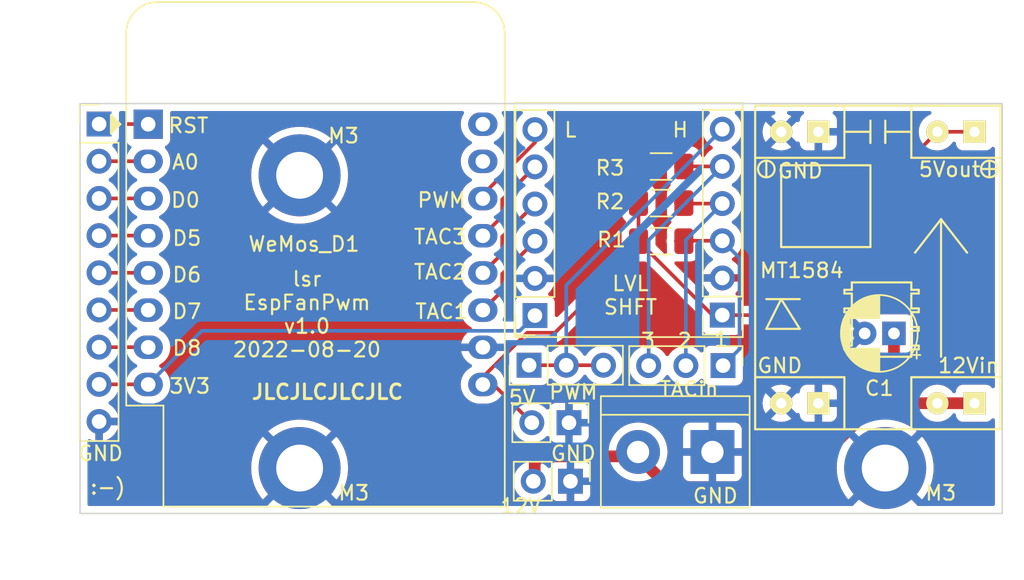
<source format=kicad_pcb>
(kicad_pcb (version 20211014) (generator pcbnew)
  (layers (0 "F.Cu" signal) (31 "B.Cu" signal) (34 "B.Paste" user) (35 "F.Paste" user) (36 "B.SilkS" user "B.Silkscreen") (37 "F.SilkS" user "F.Silkscreen") (38 "B.Mask" user) (39 "F.Mask" user) (44 "Edge.Cuts" user))
  (net 0 "")
  (net 1 "TAC1_5V")
  (net 2 "TAC2_5V")
  (net 3 "TAC3_5V")
  (net 4 "PWM5V")
  (net 5 "RST")
  (net 6 "A0")
  (net 7 "D0")
  (net 8 "D5")
  (net 9 "D6")
  (net 10 "D7")
  (net 11 "D8")
  (net 12 "GND")
  (net 13 "+12V")
  (net 14 "+5V")
  (net 15 "+3V3")
  (net 16 "PWM3V")
  (net 17 "TAC3_3V")
  (net 18 "TAC2_3V")
  (net 19 "TAC1_3V")
  (footprint "Connector_PinHeader_2.54mm:PinHeader_1x09_P2.54mm_Vertical" (layer "F.Cu") (at 106.3 84.6)
    (fp_text reference "J1")
    (fp_text value "Conn_01x09_Male")
    (fp_line (start -1.33 1.27) (end 1.33 1.27) (layer "F.SilkS") (width 0.12))
    (fp_line (start 1.33 1.27) (end 1.33 21.65) (layer "F.SilkS") (width 0.12))
    (fp_line (start -1.33 0) (end -1.33 -1.33) (layer "F.SilkS") (width 0.12))
    (fp_line (start -1.33 1.27) (end -1.33 21.65) (layer "F.SilkS") (width 0.12))
    (fp_line (start -1.33 -1.33) (end 0 -1.33) (layer "F.SilkS") (width 0.12))
    (fp_line (start -1.33 21.65) (end 1.33 21.65) (layer "F.SilkS") (width 0.12))
    (pad "1" thru_hole rect (at 0 0) (size 1.7 1.7) (drill 1) (layers *.Cu *.Mask) (net 5 "RST"))
    (pad "2" thru_hole oval (at 0 2.54) (size 1.7 1.7) (drill 1) (layers *.Cu *.Mask) (net 6 "A0"))
    (pad "3" thru_hole oval (at 0 5.08) (size 1.7 1.7) (drill 1) (layers *.Cu *.Mask) (net 7 "D0"))
    (pad "4" thru_hole oval (at 0 7.62) (size 1.7 1.7) (drill 1) (layers *.Cu *.Mask) (net 8 "D5"))
    (pad "5" thru_hole oval (at 0 10.16) (size 1.7 1.7) (drill 1) (layers *.Cu *.Mask) (net 9 "D6"))
    (pad "6" thru_hole oval (at 0 12.7) (size 1.7 1.7) (drill 1) (layers *.Cu *.Mask) (net 10 "D7"))
    (pad "7" thru_hole oval (at 0 15.24) (size 1.7 1.7) (drill 1) (layers *.Cu *.Mask) (net 11 "D8"))
    (pad "8" thru_hole oval (at 0 17.78) (size 1.7 1.7) (drill 1) (layers *.Cu *.Mask) (net 15 "+3V3"))
    (pad "9" thru_hole oval (at 0 20.32) (size 1.7 1.7) (drill 1) (layers *.Cu *.Mask) (net 12 "GND"))
  )
  (footprint "lsr:level-shifter" (layer "F.Cu") (at 150.275 99.1525 180)
    (fp_text reference "lvl_shft1")
    (fp_text value "level-shifter")
    (fp_line (start 0.07 2.77) (end 0.07 15.53) (layer "F.SilkS") (width 0.12))
    (fp_line (start 2.73 0.17) (end 2.73 1.5) (layer "F.SilkS") (width 0.12))
    (fp_line (start 15.53 2.74) (end 15.53 15.5) (layer "F.SilkS") (width 0.12))
    (fp_line (start 14.2 0.14) (end 15.53 0.14) (layer "F.SilkS") (width 0.12))
    (fp_line (start 1.4 0.17) (end 2.73 0.17) (layer "F.SilkS") (width 0.12))
    (fp_line (start 12.87 2.74) (end 15.53 2.74) (layer "F.SilkS") (width 0.12))
    (fp_line (start 0.07 2.77) (end 2.73 2.77) (layer "F.SilkS") (width 0.12))
    (fp_line (start 12.87 2.74) (end 12.87 15.5) (layer "F.SilkS") (width 0.12))
    (fp_line (start 15.53 0.14) (end 15.53 1.47) (layer "F.SilkS") (width 0.12))
    (fp_line (start 0.07 15.53) (end 2.73 15.53) (layer "F.SilkS") (width 0.12))
    (fp_line (start 2.73 2.77) (end 2.73 15.53) (layer "F.SilkS") (width 0.12))
    (fp_line (start 12.87 15.5) (end 15.53 15.5) (layer "F.SilkS") (width 0.12))
    (fp_rect (start 0 0) (end 15.6 16) (layer "F.SilkS") (width 0.12) (fill none))
    (pad "1" thru_hole rect (at 1.4 1.5 180) (size 1.7 1.7) (drill 1) (layers *.Cu *.Mask) (net 14 "+5V"))
    (pad "2" thru_hole oval (at 1.4 4.04 180) (size 1.7 1.7) (drill 1) (layers *.Cu *.Mask) (net 12 "GND"))
    (pad "3" thru_hole oval (at 1.4 6.58 180) (size 1.7 1.7) (drill 1) (layers *.Cu *.Mask) (net 1 "TAC1_5V"))
    (pad "4" thru_hole oval (at 1.4 9.12 180) (size 1.7 1.7) (drill 1) (layers *.Cu *.Mask) (net 2 "TAC2_5V"))
    (pad "5" thru_hole oval (at 1.4 11.66 180) (size 1.7 1.7) (drill 1) (layers *.Cu *.Mask) (net 3 "TAC3_5V"))
    (pad "6" thru_hole oval (at 1.4 14.2 180) (size 1.7 1.7) (drill 1) (layers *.Cu *.Mask) (net 4 "PWM5V"))
    (pad "7" thru_hole oval (at 14.2 14.17 180) (size 1.7 1.7) (drill 1) (layers *.Cu *.Mask) (net 16 "PWM3V"))
    (pad "8" thru_hole oval (at 14.2 11.63 180) (size 1.7 1.7) (drill 1) (layers *.Cu *.Mask) (net 17 "TAC3_3V"))
    (pad "9" thru_hole oval (at 14.2 9.09 180) (size 1.7 1.7) (drill 1) (layers *.Cu *.Mask) (net 18 "TAC2_3V"))
    (pad "10" thru_hole oval (at 14.2 6.55 180) (size 1.7 1.7) (drill 1) (layers *.Cu *.Mask) (net 19 "TAC1_3V"))
    (pad "11" thru_hole oval (at 14.2 4.01 180) (size 1.7 1.7) (drill 1) (layers *.Cu *.Mask) (net 12 "GND"))
    (pad "12" thru_hole rect (at 14.2 1.47 180) (size 1.7 1.7) (drill 1) (layers *.Cu *.Mask) (net 15 "+3V3"))
  )
  (footprint "Connector_PinHeader_2.54mm:PinHeader_1x03_P2.54mm_Vertical" (layer "F.Cu") (at 148.925 101.1 -90)
    (fp_text reference "J5")
    (fp_text value "Conn_01x03_Male")
    (fp_line (start -1.33 6.41) (end 1.33 6.41) (layer "F.SilkS") (width 0.12))
    (fp_line (start -1.33 0) (end -1.33 -1.33) (layer "F.SilkS") (width 0.12))
    (fp_line (start -1.33 1.27) (end 1.33 1.27) (layer "F.SilkS") (width 0.12))
    (fp_line (start -1.33 1.27) (end -1.33 6.41) (layer "F.SilkS") (width 0.12))
    (fp_line (start 1.33 1.27) (end 1.33 6.41) (layer "F.SilkS") (width 0.12))
    (fp_line (start -1.33 -1.33) (end 0 -1.33) (layer "F.SilkS") (width 0.12))
    (pad "1" thru_hole rect (at 0 0 270) (size 1.7 1.7) (drill 1) (layers *.Cu *.Mask) (net 1 "TAC1_5V"))
    (pad "2" thru_hole oval (at 0 2.54 270) (size 1.7 1.7) (drill 1) (layers *.Cu *.Mask) (net 2 "TAC2_5V"))
    (pad "3" thru_hole oval (at 0 5.08 270) (size 1.7 1.7) (drill 1) (layers *.Cu *.Mask) (net 3 "TAC3_5V"))
  )
  (footprint "MountingHole:MountingHole_3.2mm_M3_DIN965_Pad" (layer "F.Cu") (at 120 108.1)
    (fp_text reference "H3")
    (fp_text value "MountingHole_Pad")
    (pad "1" thru_hole circle locked (at 0 0) (size 5.6 5.6) (drill 3.2) (layers *.Cu *.Mask) (net 12 "GND"))
  )
  (footprint "Capacitor_THT:CP_Radial_D5.0mm_P2.00mm" (layer "F.Cu") (at 160.6 98.9 180)
    (fp_text reference "C1" (at 1 -3.75) (layer "F.SilkS"))
    (fp_text value "C_Polarized")
    (fp_line (start 2.841 -1.826) (end 2.841 -1.04) (layer "F.SilkS") (width 0.12))
    (fp_line (start 2.161 1.04) (end 2.161 2.31) (layer "F.SilkS") (width 0.12))
    (fp_line (start 1 -2.58) (end 1 -1.04) (layer "F.SilkS") (width 0.12))
    (fp_line (start 1.4 -2.55) (end 1.4 -1.04) (layer "F.SilkS") (width 0.12))
    (fp_line (start 2.601 1.04) (end 2.601 2.035) (layer "F.SilkS") (width 0.12))
    (fp_line (start 1.721 1.04) (end 1.721 2.48) (layer "F.SilkS") (width 0.12))
    (fp_line (start 1.921 -2.414) (end 1.921 -1.04) (layer "F.SilkS") (width 0.12))
    (fp_line (start 2.161 -2.31) (end 2.161 -1.04) (layer "F.SilkS") (width 0.12))
    (fp_line (start 1.2 1.04) (end 1.2 2.573) (layer "F.SilkS") (width 0.12))
    (fp_line (start 1.44 1.04) (end 1.44 2.543) (layer "F.SilkS") (width 0.12))
    (fp_line (start 1.2 -2.573) (end 1.2 -1.04) (layer "F.SilkS") (width 0.12))
    (fp_line (start 1.08 -2.579) (end 1.08 -1.04) (layer "F.SilkS") (width 0.12))
    (fp_line (start 2.441 -2.149) (end 2.441 -1.04) (layer "F.SilkS") (width 0.12))
    (fp_line (start 3.281 -1.251) (end 3.281 1.251) (layer "F.SilkS") (width 0.12))
    (fp_line (start 2.321 1.04) (end 2.321 2.224) (layer "F.SilkS") (width 0.12))
    (fp_line (start 3.441 -0.915) (end 3.441 0.915) (layer "F.SilkS") (width 0.12))
    (fp_line (start 1.16 1.04) (end 1.16 2.576) (layer "F.SilkS") (width 0.12))
    (fp_line (start 2.721 1.04) (end 2.721 1.937) (layer "F.SilkS") (width 0.12))
    (fp_line (start 2.881 1.04) (end 2.881 1.785) (layer "F.SilkS") (width 0.12))
    (fp_line (start 3.001 1.04) (end 3.001 1.653) (layer "F.SilkS") (width 0.12))
    (fp_line (start 1 1.04) (end 1 2.58) (layer "F.SilkS") (width 0.12))
    (fp_line (start 2.961 -1.699) (end 2.961 -1.04) (layer "F.SilkS") (width 0.12))
    (fp_line (start 2.881 -1.785) (end 2.881 -1.04) (layer "F.SilkS") (width 0.12))
    (fp_line (start 3.561 -0.518) (end 3.561 0.518) (layer "F.SilkS") (width 0.12))
    (fp_line (start 2.041 1.04) (end 2.041 2.365) (layer "F.SilkS") (width 0.12))
    (fp_line (start 2.081 -2.348) (end 2.081 -1.04) (layer "F.SilkS") (width 0.12))
    (fp_line (start 3.081 -1.554) (end 3.081 1.554) (layer "F.SilkS") (width 0.12))
    (fp_line (start 1.64 -2.501) (end 1.64 -1.04) (layer "F.SilkS") (width 0.12))
    (fp_line (start 2.241 1.04) (end 2.241 2.268) (layer "F.SilkS") (width 0.12))
    (fp_line (start 2.681 1.04) (end 2.681 1.971) (layer "F.SilkS") (width 0.12))
    (fp_line (start 2.481 -2.122) (end 2.481 -1.04) (layer "F.SilkS") (width 0.12))
    (fp_line (start 1.28 1.04) (end 1.28 2.565) (layer "F.SilkS") (width 0.12))
    (fp_line (start 3.001 -1.653) (end 3.001 -1.04) (layer "F.SilkS") (width 0.12))
    (fp_line (start 2.321 -2.224) (end 2.321 -1.04) (layer "F.SilkS") (width 0.12))
    (fp_line (start 3.041 -1.605) (end 3.041 1.605) (layer "F.SilkS") (width 0.12))
    (fp_line (start 2.601 -2.035) (end 2.601 -1.04) (layer "F.SilkS") (width 0.12))
    (fp_line (start 1.08 1.04) (end 1.08 2.579) (layer "F.SilkS") (width 0.12))
    (fp_line (start 2.761 -1.901) (end 2.761 -1.04) (layer "F.SilkS") (width 0.12))
    (fp_line (start 3.161 -1.443) (end 3.161 1.443) (layer "F.SilkS") (width 0.12))
    (fp_line (start 2.281 -2.247) (end 2.281 -1.04) (layer "F.SilkS") (width 0.12))
    (fp_line (start 1.961 1.04) (end 1.961 2.398) (layer "F.SilkS") (width 0.12))
    (fp_line (start 3.241 -1.319) (end 3.241 1.319) (layer "F.SilkS") (width 0.12))
    (fp_line (start 1.801 1.04) (end 1.801 2.455) (layer "F.SilkS") (width 0.12))
    (fp_line (start 1.12 -2.578) (end 1.12 -1.04) (layer "F.SilkS") (width 0.12))
    (fp_line (start 3.601 -0.284) (end 3.601 0.284) (layer "F.SilkS") (width 0.12))
    (fp_line (start 2.201 -2.29) (end 2.201 -1.04) (layer "F.SilkS") (width 0.12))
    (fp_line (start 2.241 -2.268) (end 2.241 -1.04) (layer "F.SilkS") (width 0.12))
    (fp_line (start 2.641 -2.004) (end 2.641 -1.04) (layer "F.SilkS") (width 0.12))
    (fp_line (start 1.6 1.04) (end 1.6 2.511) (layer "F.SilkS") (width 0.12))
    (fp_line (start 1.68 -2.491) (end 1.68 -1.04) (layer "F.SilkS") (width 0.12))
    (fp_line (start 1.761 1.04) (end 1.761 2.468) (layer "F.SilkS") (width 0.12))
    (fp_line (start 2.121 -2.329) (end 2.121 -1.04) (layer "F.SilkS") (width 0.12))
    (fp_line (start 1.28 -2.565) (end 1.28 -1.04) (layer "F.SilkS") (width 0.12))
    (fp_line (start 2.681 -1.971) (end 2.681 -1.04) (layer "F.SilkS") (width 0.12))
    (fp_line (start 3.521 -0.677) (end 3.521 0.677) (layer "F.SilkS") (width 0.12))
    (fp_line (start 1.52 -2.528) (end 1.52 -1.04) (layer "F.SilkS") (width 0.12))
    (fp_line (start 1.68 1.04) (end 1.68 2.491) (layer "F.SilkS") (width 0.12))
    (fp_line (start 3.481 -0.805) (end 3.481 0.805) (layer "F.SilkS") (width 0.12))
    (fp_line (start 2.201 1.04) (end 2.201 2.29) (layer "F.SilkS") (width 0.12))
    (fp_line (start 1.12 1.04) (end 1.12 2.578) (layer "F.SilkS") (width 0.12))
    (fp_line (start -1.554775 -1.725) (end -1.554775 -1.225) (layer "F.SilkS") (width 0.12))
    (fp_line (start 1.32 1.04) (end 1.32 2.561) (layer "F.SilkS") (width 0.12))
    (fp_line (start 1.64 1.04) (end 1.64 2.501) (layer "F.SilkS") (width 0.12))
    (fp_line (start 2.401 1.04) (end 2.401 2.175) (layer "F.SilkS") (width 0.12))
    (fp_line (start 2.521 1.04) (end 2.521 2.095) (layer "F.SilkS") (width 0.12))
    (fp_line (start 2.481 1.04) (end 2.481 2.122) (layer "F.SilkS") (width 0.12))
    (fp_line (start 2.521 -2.095) (end 2.521 -1.04) (layer "F.SilkS") (width 0.12))
    (fp_line (start 1.56 -2.52) (end 1.56 -1.04) (layer "F.SilkS") (width 0.12))
    (fp_line (start 1.881 1.04) (end 1.881 2.428) (layer "F.SilkS") (width 0.12))
    (fp_line (start 2.001 1.04) (end 2.001 2.382) (layer "F.SilkS") (width 0.12))
    (fp_line (start 1.881 -2.428) (end 1.881 -1.04) (layer "F.SilkS") (width 0.12))
    (fp_line (start 2.841 1.04) (end 2.841 1.826) (layer "F.SilkS") (width 0.12))
    (fp_line (start 1.961 -2.398) (end 1.961 -1.04) (layer "F.SilkS") (width 0.12))
    (fp_line (start 2.401 -2.175) (end 2.401 -1.04) (layer "F.SilkS") (width 0.12))
    (fp_line (start 2.641 1.04) (end 2.641 2.004) (layer "F.SilkS") (width 0.12))
    (fp_line (start 1.801 -2.455) (end 1.801 -1.04) (layer "F.SilkS") (width 0.12))
    (fp_line (start 1.921 1.04) (end 1.921 2.414) (layer "F.SilkS") (width 0.12))
    (fp_line (start 1.56 1.04) (end 1.56 2.52) (layer "F.SilkS") (width 0.12))
    (fp_line (start 1.761 -2.468) (end 1.761 -1.04) (layer "F.SilkS") (width 0.12))
    (fp_line (start 2.921 1.04) (end 2.921 1.743) (layer "F.SilkS") (width 0.12))
    (fp_line (start 2.721 -1.937) (end 2.721 -1.04) (layer "F.SilkS") (width 0.12))
    (fp_line (start 1.52 1.04) (end 1.52 2.528) (layer "F.SilkS") (width 0.12))
    (fp_line (start 1.04 -2.58) (end 1.04 -1.04) (layer "F.SilkS") (width 0.12))
    (fp_line (start 3.401 -1.011) (end 3.401 1.011) (layer "F.SilkS") (width 0.12))
    (fp_line (start 1.24 -2.569) (end 1.24 -1.04) (layer "F.SilkS") (width 0.12))
    (fp_line (start 1.48 1.04) (end 1.48 2.536) (layer "F.SilkS") (width 0.12))
    (fp_line (start 3.201 -1.383) (end 3.201 1.383) (layer "F.SilkS") (width 0.12))
    (fp_line (start 2.921 -1.743) (end 2.921 -1.04) (layer "F.SilkS") (width 0.12))
    (fp_line (start 2.121 1.04) (end 2.121 2.329) (layer "F.SilkS") (width 0.12))
    (fp_line (start 3.321 -1.178) (end 3.321 1.178) (layer "F.SilkS") (width 0.12))
    (fp_line (start 2.561 -2.065) (end 2.561 -1.04) (layer "F.SilkS") (width 0.12))
    (fp_line (start 1.48 -2.536) (end 1.48 -1.04) (layer "F.SilkS") (width 0.12))
    (fp_line (start 2.761 1.04) (end 2.761 1.901) (layer "F.SilkS") (width 0.12))
    (fp_line (start 1.44 -2.543) (end 1.44 -1.04) (layer "F.SilkS") (width 0.12))
    (fp_line (start 2.361 1.04) (end 2.361 2.2) (layer "F.SilkS") (width 0.12))
    (fp_line (start 1.841 1.04) (end 1.841 2.442) (layer "F.SilkS") (width 0.12))
    (fp_line (start 3.121 -1.5) (end 3.121 1.5) (layer "F.SilkS") (width 0.12))
    (fp_line (start -1.804775 -1.475) (end -1.304775 -1.475) (layer "F.SilkS") (width 0.12))
    (fp_line (start 1.32 -2.561) (end 1.32 -1.04) (layer "F.SilkS") (width 0.12))
    (fp_line (start 3.361 -1.098) (end 3.361 1.098) (layer "F.SilkS") (width 0.12))
    (fp_line (start 1.721 -2.48) (end 1.721 -1.04) (layer "F.SilkS") (width 0.12))
    (fp_line (start 2.041 -2.365) (end 2.041 -1.04) (layer "F.SilkS") (width 0.12))
    (fp_line (start 2.441 1.04) (end 2.441 2.149) (layer "F.SilkS") (width 0.12))
    (fp_line (start 1.04 1.04) (end 1.04 2.58) (layer "F.SilkS") (width 0.12))
    (fp_line (start 2.801 -1.864) (end 2.801 -1.04) (layer "F.SilkS") (width 0.12))
    (fp_line (start 1.24 1.04) (end 1.24 2.569) (layer "F.SilkS") (width 0.12))
    (fp_line (start 2.961 1.04) (end 2.961 1.699) (layer "F.SilkS") (width 0.12))
    (fp_line (start 1.841 -2.442) (end 1.841 -1.04) (layer "F.SilkS") (width 0.12))
    (fp_line (start 2.001 -2.382) (end 2.001 -1.04) (layer "F.SilkS") (width 0.12))
    (fp_line (start 2.281 1.04) (end 2.281 2.247) (layer "F.SilkS") (width 0.12))
    (fp_line (start 1.4 1.04) (end 1.4 2.55) (layer "F.SilkS") (width 0.12))
    (fp_line (start 2.801 1.04) (end 2.801 1.864) (layer "F.SilkS") (width 0.12))
    (fp_line (start 1.36 1.04) (end 1.36 2.556) (layer "F.SilkS") (width 0.12))
    (fp_line (start 1.6 -2.511) (end 1.6 -1.04) (layer "F.SilkS") (width 0.12))
    (fp_line (start 1.36 -2.556) (end 1.36 -1.04) (layer "F.SilkS") (width 0.12))
    (fp_line (start 2.081 1.04) (end 2.081 2.348) (layer "F.SilkS") (width 0.12))
    (fp_line (start 2.361 -2.2) (end 2.361 -1.04) (layer "F.SilkS") (width 0.12))
    (fp_line (start 2.561 1.04) (end 2.561 2.065) (layer "F.SilkS") (width 0.12))
    (fp_line (start 1.16 -2.576) (end 1.16 -1.04) (layer "F.SilkS") (width 0.12))
    (fp_circle (center 1 0) (end 3.62 0) (layer "F.SilkS") (width 0.12) (fill none))
    (pad "1" thru_hole rect (at 0 0 180) (size 1.6 1.6) (drill 0.8) (layers *.Cu *.Mask) (net 13 "+12V"))
    (pad "2" thru_hole circle (at 2 0 180) (size 1.6 1.6) (drill 0.8) (layers *.Cu *.Mask) (net 12 "GND"))
  )
  (footprint "Connector_PinHeader_2.54mm:PinHeader_1x03_P2.54mm_Vertical" (layer "F.Cu") (at 135.675 101.075 90)
    (fp_text reference "J6")
    (fp_text value "Conn_01x03_Male")
    (fp_line (start 1.33 1.27) (end 1.33 6.41) (layer "F.SilkS") (width 0.12))
    (fp_line (start -1.33 1.27) (end -1.33 6.41) (layer "F.SilkS") (width 0.12))
    (fp_line (start -1.33 0) (end -1.33 -1.33) (layer "F.SilkS") (width 0.12))
    (fp_line (start -1.33 1.27) (end 1.33 1.27) (layer "F.SilkS") (width 0.12))
    (fp_line (start -1.33 6.41) (end 1.33 6.41) (layer "F.SilkS") (width 0.12))
    (fp_line (start -1.33 -1.33) (end 0 -1.33) (layer "F.SilkS") (width 0.12))
    (pad "1" thru_hole rect (at 0 0 90) (size 1.7 1.7) (drill 1) (layers *.Cu *.Mask) (net 4 "PWM5V"))
    (pad "2" thru_hole oval (at 0 2.54 90) (size 1.7 1.7) (drill 1) (layers *.Cu *.Mask) (net 4 "PWM5V"))
    (pad "3" thru_hole oval (at 0 5.08 90) (size 1.7 1.7) (drill 1) (layers *.Cu *.Mask) (net 4 "PWM5V"))
  )
  (footprint "Resistor_SMD:R_1206_3216Metric_Pad1.30x1.75mm_HandSolder" (layer "F.Cu") (at 144.7 87.5)
    (fp_text reference "R3" (at -3.5 0.1) (layer "F.SilkS"))
    (fp_text value "10k")
    (fp_line (start -0.727064 -0.91) (end 0.727064 -0.91) (layer "F.SilkS") (width 0.12))
    (fp_line (start -0.727064 0.91) (end 0.727064 0.91) (layer "F.SilkS") (width 0.12))
    (pad "1" smd roundrect (at -1.55 0) (size 1.3 1.75) (layers "F.Cu" "F.Paste" "F.Mask") (roundrect_rratio 0.1923076923) (net 14 "+5V"))
    (pad "2" smd roundrect (at 1.55 0) (size 1.3 1.75) (layers "F.Cu" "F.Paste" "F.Mask") (roundrect_rratio 0.1923076923) (net 3 "TAC3_5V"))
  )
  (footprint "Resistor_SMD:R_1206_3216Metric_Pad1.30x1.75mm_HandSolder" (layer "F.Cu") (at 144.7 90 180)
    (fp_text reference "R2" (at 3.5 0.1 180) (layer "F.SilkS"))
    (fp_text value "10k")
    (fp_line (start -0.727064 0.91) (end 0.727064 0.91) (layer "F.SilkS") (width 0.12))
    (fp_line (start -0.727064 -0.91) (end 0.727064 -0.91) (layer "F.SilkS") (width 0.12))
    (pad "1" smd roundrect (at -1.55 0 180) (size 1.3 1.75) (layers "F.Cu" "F.Paste" "F.Mask") (roundrect_rratio 0.1923076923) (net 2 "TAC2_5V"))
    (pad "2" smd roundrect (at 1.55 0 180) (size 1.3 1.75) (layers "F.Cu" "F.Paste" "F.Mask") (roundrect_rratio 0.1923076923) (net 14 "+5V"))
  )
  (footprint "TerminalBlock:TerminalBlock_bornier-2_P5.08mm" (layer "F.Cu") (at 148.2 107 180)
    (fp_text reference "J4")
    (fp_text value "Conn_01x02_Male")
    (fp_line (start 7.62 -3.81) (end -2.54 -3.81) (layer "F.SilkS") (width 0.12))
    (fp_line (start 7.62 3.81) (end 7.62 -3.81) (layer "F.SilkS") (width 0.12))
    (fp_line (start 7.62 2.54) (end -2.54 2.54) (layer "F.SilkS") (width 0.12))
    (fp_line (start -2.54 3.81) (end 7.62 3.81) (layer "F.SilkS") (width 0.12))
    (fp_line (start -2.54 -3.81) (end -2.54 3.81) (layer "F.SilkS") (width 0.12))
    (pad "1" thru_hole rect (at 0 0 180) (size 3 3) (drill 1.52) (layers *.Cu *.Mask) (net 12 "GND"))
    (pad "2" thru_hole circle (at 5.08 0 180) (size 3 3) (drill 1.52) (layers *.Cu *.Mask) (net 13 "+12V"))
  )
  (footprint "Module:WEMOS_D1_mini_light" (layer "F.Cu") (at 109.655 84.61)
    (fp_text reference "WeMos_D1" (at 10.645 8.19) (layer "F.SilkS"))
    (fp_text value "WeMos_D1_mini")
    (fp_line (start 22.24 -8.34) (end 0.63 -8.34) (layer "F.SilkS") (width 0.12))
    (fp_line (start -1.5 19.22) (end 1.04 19.22) (layer "F.SilkS") (width 0.12))
    (fp_line (start 24.36 26.12) (end 24.36 -6.21) (layer "F.SilkS") (width 0.12))
    (fp_line (start 1.04 19.22) (end 1.04 26.12) (layer "F.SilkS") (width 0.12))
    (fp_line (start -1.5 19.22) (end -1.5 -6.21) (layer "F.SilkS") (width 0.12))
    (fp_line (start 1.04 26.12) (end 24.36 26.12) (layer "F.SilkS") (width 0.12))
    (fp_arc (start 22.23 -8.34) (mid 23.736137 -7.716137) (end 24.36 -6.21) (layer "F.SilkS") (width 0.12))
    (fp_arc (start -1.5 -6.21) (mid -0.876137 -7.716137) (end 0.63 -8.34) (layer "F.SilkS") (width 0.12))
    (fp_poly (pts (xy -2.54 -0.635) (xy -2.54 0.635) (xy -1.905 0)) (layer "F.SilkS") (width 0.15) (fill solid))
    (pad "1" thru_hole rect (at 0 0) (size 2 2) (drill 1) (layers *.Cu *.Mask) (net 5 "RST"))
    (pad "2" thru_hole oval (at 0 2.54) (size 2 1.6) (drill 1) (layers *.Cu *.Mask) (net 6 "A0"))
    (pad "3" thru_hole oval (at 0 5.08) (size 2 1.6) (drill 1) (layers *.Cu *.Mask) (net 7 "D0"))
    (pad "4" thru_hole oval (at 0 7.62) (size 2 1.6) (drill 1) (layers *.Cu *.Mask) (net 8 "D5"))
    (pad "5" thru_hole oval (at 0 10.16) (size 2 1.6) (drill 1) (layers *.Cu *.Mask) (net 9 "D6"))
    (pad "6" thru_hole oval (at 0 12.7) (size 2 1.6) (drill 1) (layers *.Cu *.Mask) (net 10 "D7"))
    (pad "7" thru_hole oval (at 0 15.24) (size 2 1.6) (drill 1) (layers *.Cu *.Mask) (net 11 "D8"))
    (pad "8" thru_hole oval (at 0 17.78) (size 2 1.6) (drill 1) (layers *.Cu *.Mask) (net 15 "+3V3"))
    (pad "9" thru_hole oval (at 22.86 17.78) (size 2 1.6) (drill 1) (layers *.Cu *.Mask) (net 14 "+5V"))
    (pad "10" thru_hole oval (at 22.86 15.24) (size 2 1.6) (drill 1) (layers *.Cu *.Mask) (net 12 "GND"))
    (pad "11" thru_hole oval (at 22.86 12.7) (size 2 1.6) (drill 1) (layers *.Cu *.Mask) (net 19 "TAC1_3V"))
    (pad "12" thru_hole oval (at 22.86 10.16) (size 2 1.6) (drill 1) (layers *.Cu *.Mask) (net 18 "TAC2_3V"))
    (pad "13" thru_hole oval (at 22.86 7.62) (size 2 1.6) (drill 1) (layers *.Cu *.Mask) (net 17 "TAC3_3V"))
    (pad "14" thru_hole oval (at 22.86 5.08) (size 2 1.6) (drill 1) (layers *.Cu *.Mask) (net 16 "PWM3V"))
    (pad "15" thru_hole oval (at 22.86 2.54) (size 2 1.6) (drill 1) (layers *.Cu *.Mask))
    (pad "16" thru_hole oval (at 22.86 0) (size 2 1.6) (drill 1) (layers *.Cu *.Mask))
  )
  (footprint "Connector_PinHeader_2.54mm:PinHeader_1x02_P2.54mm_Vertical" (layer "F.Cu") (at 138.4 105 -90)
    (fp_text reference "J3")
    (fp_text value "Conn_01x02_Male")
    (fp_line (start -1.33 -1.33) (end 0 -1.33) (layer "F.SilkS") (width 0.12))
    (fp_line (start -1.33 1.27) (end -1.33 3.87) (layer "F.SilkS") (width 0.12))
    (fp_line (start 1.33 1.27) (end 1.33 3.87) (layer "F.SilkS") (width 0.12))
    (fp_line (start -1.33 1.27) (end 1.33 1.27) (layer "F.SilkS") (width 0.12))
    (fp_line (start -1.33 0) (end -1.33 -1.33) (layer "F.SilkS") (width 0.12))
    (fp_line (start -1.33 3.87) (end 1.33 3.87) (layer "F.SilkS") (width 0.12))
    (pad "1" thru_hole rect (at 0 0 270) (size 1.7 1.7) (drill 1) (layers *.Cu *.Mask) (net 12 "GND"))
    (pad "2" thru_hole oval (at 0 2.54 270) (size 1.7 1.7) (drill 1) (layers *.Cu *.Mask) (net 14 "+5V"))
  )
  (footprint "Connector_PinHeader_2.54mm:PinHeader_1x02_P2.54mm_Vertical" (layer "F.Cu") (at 138.5 109 -90)
    (fp_text reference "J2")
    (fp_text value "Conn_01x02_Male")
    (fp_line (start -1.33 -1.33) (end 0 -1.33) (layer "F.SilkS") (width 0.12))
    (fp_line (start 1.33 1.27) (end 1.33 3.87) (layer "F.SilkS") (width 0.12))
    (fp_line (start -1.33 3.87) (end 1.33 3.87) (layer "F.SilkS") (width 0.12))
    (fp_line (start -1.33 1.27) (end 1.33 1.27) (layer "F.SilkS") (width 0.12))
    (fp_line (start -1.33 0) (end -1.33 -1.33) (layer "F.SilkS") (width 0.12))
    (fp_line (start -1.33 1.27) (end -1.33 3.87) (layer "F.SilkS") (width 0.12))
    (pad "1" thru_hole rect (at 0 0 270) (size 1.7 1.7) (drill 1) (layers *.Cu *.Mask) (net 12 "GND"))
    (pad "2" thru_hole oval (at 0 2.54 270) (size 1.7 1.7) (drill 1) (layers *.Cu *.Mask) (net 13 "+12V"))
  )
  (footprint "MountingHole:MountingHole_3.2mm_M3_DIN965_Pad" (layer "F.Cu") (at 160 108.1)
    (fp_text reference "H2")
    (fp_text value "MountingHole_Pad")
    (pad "1" thru_hole circle locked (at 0 0) (size 5.6 5.6) (drill 3.2) (layers *.Cu *.Mask) (net 12 "GND"))
  )
  (footprint "Resistor_SMD:R_1206_3216Metric_Pad1.30x1.75mm_HandSolder" (layer "F.Cu") (at 144.7 92.6)
    (fp_text reference "R1" (at -3.4 -0.1) (layer "F.SilkS"))
    (fp_text value "10k")
    (fp_line (start -0.727064 0.91) (end 0.727064 0.91) (layer "F.SilkS") (width 0.12))
    (fp_line (start -0.727064 -0.91) (end 0.727064 -0.91) (layer "F.SilkS") (width 0.12))
    (pad "1" smd roundrect (at -1.55 0) (size 1.3 1.75) (layers "F.Cu" "F.Paste" "F.Mask") (roundrect_rratio 0.1923076923) (net 14 "+5V"))
    (pad "2" smd roundrect (at 1.55 0) (size 1.3 1.75) (layers "F.Cu" "F.Paste" "F.Mask") (roundrect_rratio 0.1923076923) (net 1 "TAC1_5V"))
  )
  (footprint "lsr:MP1584_buck_module" (layer "F.Cu") (at 159.5 94.4 90)
    (fp_text reference "MT1584" (at -0.2 -5.2 180) (layer "F.SilkS"))
    (fp_text value "MT1584")
    (fp_line (start -1.524 2.794) (end -1.778 2.794) (layer "F.SilkS") (width 0.15))
    (fp_line (start -5.588 2.794) (end -5.588 2.286) (layer "F.SilkS") (width 0.15))
    (fp_line (start 7.493 8.382) (end 7.493 2.286) (layer "F.SilkS") (width 0.15))
    (fp_line (start -1.778 2.794) (end -1.778 2.286) (layer "F.SilkS") (width 0.15))
    (fp_line (start -4.064 2.794) (end -4.318 2.794) (layer "F.SilkS") (width 0.15))
    (fp_line (start -4.191 -7.62) (end -4.191 -5.334) (layer "F.SilkS") (width 0.15))
    (fp_line (start -11.049 -8.382) (end 11.049 -8.382) (layer "F.SilkS") (width 0.15))
    (fp_line (start -6.096 -1.778) (end -5.842 -1.778) (layer "F.SilkS") (width 0.15))
    (fp_line (start 6.223 7.62) (end 7.239 7.62) (layer "F.SilkS") (width 0.15))
    (fp_line (start -4.064 -1.778) (end -4.064 -2.286) (layer "F.SilkS") (width 0.15))
    (fp_line (start -4.318 -1.778) (end -4.318 -2.286) (layer "F.SilkS") (width 0.15))
    (fp_line (start -2.794 -1.778) (end -1.778 -1.778) (layer "F.SilkS") (width 0.15))
    (fp_line (start 6.731 7.112) (end 6.731 8.128) (layer "F.SilkS") (width 0.15))
    (fp_line (start -3.048 -1.778) (end -3.048 -2.286) (layer "F.SilkS") (width 0.15))
    (fp_line (start -1.016 2.286) (end -1.524 2.286) (layer "F.SilkS") (width 0.15))
    (fp_line (start -5.588 -1.778) (end -5.588 -2.286) (layer "F.SilkS") (width 0.15))
    (fp_line (start -5.334 -1.778) (end -5.334 -2.286) (layer "F.SilkS") (width 0.15))
    (fp_line (start -2.159 -7.62) (end -2.159 -5.334) (layer "F.SilkS") (width 0.15))
    (fp_line (start 6.985 -6.604) (end 6.223 -6.604) (layer "F.SilkS") (width 0.15))
    (fp_line (start -5.842 -1.778) (end -5.588 -1.778) (layer "F.SilkS") (width 0.15))
    (fp_line (start -2.794 2.794) (end -3.048 2.794) (layer "F.SilkS") (width 0.15))
    (fp_line (start 6.223 -6.604) (end 1.397 -6.604) (layer "F.SilkS") (width 0.15))
    (fp_line (start 9.271 0.508) (end 9.271 2.286) (layer "F.SilkS") (width 0.15))
    (fp_line (start 11.049 -2.286) (end 7.493 -2.286) (layer "F.SilkS") (width 0.15))
    (fp_line (start -11.049 2.286) (end -7.493 2.286) (layer "F.SilkS") (width 0.15))
    (fp_line (start -6.096 2.286) (end -6.096 2.032) (layer "F.SilkS") (width 0.15))
    (fp_line (start 7.493 -2.286) (end 7.493 -8.382) (layer "F.SilkS") (width 0.15))
    (fp_line (start -1.524 -1.778) (end -1.524 -2.286) (layer "F.SilkS") (width 0.15))
    (fp_line (start -5.334 2.286) (end -5.334 2.794) (layer "F.SilkS") (width 0.15))
    (fp_line (start 8.509 -0.508) (end 10.033 -0.508) (layer "F.SilkS") (width 0.15))
    (fp_line (start -4.318 2.794) (end -4.318 2.286) (layer "F.SilkS") (width 0.15))
    (fp_line (start -6.096 4.318) (end 3.302 4.318) (layer "F.SilkS") (width 0.15))
    (fp_line (start 11.049 -8.382) (end 11.049 8.382) (layer "F.SilkS") (width 0.15))
    (fp_line (start -3.048 -2.286) (end -2.794 -2.286) (layer "F.SilkS") (width 0.15))
    (fp_line (start -2.794 2.286) (end -2.794 2.794) (layer "F.SilkS") (width 0.15))
    (fp_line (start 6.985 -0.508) (end 6.985 -6.604) (layer "F.SilkS") (width 0.15))
    (fp_line (start -5.334 -1.778) (end -4.318 -1.778) (layer "F.SilkS") (width 0.15))
    (fp_line (start -4.064 2.286) (end -4.064 2.794) (layer "F.SilkS") (width 0.15))
    (fp_line (start -4.318 2.286) (end -5.334 2.286) (layer "F.SilkS") (width 0.15))
    (fp_line (start -2.794 -2.286) (end -2.794 -1.778) (layer "F.SilkS") (width 0.15))
    (fp_line (start -1.524 2.286) (end -1.524 2.794) (layer "F.SilkS") (width 0.15))
    (fp_line (start -3.048 2.794) (end -3.048 2.286) (layer "F.SilkS") (width 0.15))
    (fp_line (start -1.778 -1.778) (end -1.778 -2.286) (layer "F.SilkS") (width 0.15))
    (fp_line (start -6.096 2.032) (end -6.096 -1.778) (layer "F.SilkS") (width 0.15))
    (fp_line (start -1.016 -1.778) (end -1.016 2.286) (layer "F.SilkS") (width 0.15))
    (fp_line (start -7.493 -8.382) (end -7.493 -2.286) (layer "F.SilkS") (width 0.15))
    (fp_line (start 3.302 4.318) (end 1.016 6.096) (layer "F.SilkS") (width 0.15))
    (fp_line (start 8.509 0.508) (end 9.271 0.508) (layer "F.SilkS") (width 0.15))
    (fp_line (start -7.493 2.286) (end -7.493 8.382) (layer "F.SilkS") (width 0.15))
    (fp_line (start 9.271 -2.286) (end 9.271 -0.508) (layer "F.SilkS") (width 0.15))
    (fp_line (start -1.778 2.286) (end -2.794 2.286) (layer "F.SilkS") (width 0.15))
    (fp_line (start -1.524 -1.778) (end -1.016 -1.778) (layer "F.SilkS") (width 0.15))
    (fp_line (start 9.271 -0.508) (end 8.509 -0.508) (layer "F.SilkS") (width 0.15))
    (fp_line (start -5.588 2.286) (end -6.096 2.286) (layer "F.SilkS") (width 0.15))
    (fp_line (start 6.223 -7.62) (end 7.239 -7.62) (layer "F.SilkS") (width 0.15))
    (fp_line (start 11.049 8.382) (end -11.049 8.382) (layer "F.SilkS") (width 0.15))
    (fp_line (start -5.588 -2.286) (end -5.334 -2.286) (layer "F.SilkS") (width 0.15))
    (fp_line (start 1.397 -6.604) (end 1.397 -0.508) (layer "F.SilkS") (width 0.15))
    (fp_line (start 7.493 2.286) (end 11.049 2.286) (layer "F.SilkS") (width 0.15))
    (fp_line (start 3.302 4.318) (end 1.016 2.54) (layer "F.SilkS") (width 0.15))
    (fp_line (start 1.397 -0.508) (end 6.985 -0.508) (layer "F.SilkS") (width 0.15))
    (fp_line (start -4.191 -5.334) (end -2.159 -6.604) (layer "F.SilkS") (width 0.15))
    (fp_line (start -11.049 8.382) (end -11.049 -8.382) (layer "F.SilkS") (width 0.15))
    (fp_line (start 10.033 0.508) (end 8.509 0.508) (layer "F.SilkS") (width 0.15))
    (fp_line (start -4.064 -1.778) (end -3.048 -1.778) (layer "F.SilkS") (width 0.15))
    (fp_line (start -1.778 -2.286) (end -1.524 -2.286) (layer "F.SilkS") (width 0.15))
    (fp_line (start -5.334 2.794) (end -5.588 2.794) (layer "F.SilkS") (width 0.15))
    (fp_line (start -7.493 -2.286) (end -11.049 -2.286) (layer "F.SilkS") (width 0.15))
    (fp_line (start -4.318 -2.286) (end -4.064 -2.286) (layer "F.SilkS") (width 0.15))
    (fp_line (start -3.048 2.286) (end -4.064 2.286) (layer "F.SilkS") (width 0.15))
    (fp_line (start -2.159 -6.604) (end -4.191 -7.62) (layer "F.SilkS") (width 0.15))
    (fp_circle (center 6.731 7.62) (end 7.239 7.874) (layer "F.SilkS") (width 0.15) (fill none))
    (fp_circle (center 6.731 -7.62) (end 7.239 -7.874) (layer "F.SilkS") (width 0.15) (fill none))
    (pad "1" thru_hole rect (at -9.271 6.604 90) (size 1.524 1.524) (drill 0.7) (layers *.Cu *.Mask "F.SilkS") (net 13 "+12V"))
    (pad "1" thru_hole circle (at -9.271 4.064 90) (size 1.524 1.524) (drill 0.7) (layers *.Cu *.Mask "F.SilkS") (net 13 "+12V"))
    (pad "2" thru_hole rect (at -9.271 -4.064 90) (size 1.524 1.524) (drill 0.7) (layers *.Cu *.Mask "F.SilkS") (net 12 "GND"))
    (pad "2" thru_hole circle (at -9.271 -6.604 90) (size 1.524 1.524) (drill 0.7) (layers *.Cu *.Mask "F.SilkS") (net 12 "GND"))
    (pad "3" thru_hole rect (at 9.271 -4.064 90) (size 1.524 1.524) (drill 0.7) (layers *.Cu *.Mask "F.SilkS") (net 12 "GND"))
    (pad "3" thru_hole circle (at 9.271 -6.604 90) (size 1.524 1.524) (drill 0.7) (layers *.Cu *.Mask "F.SilkS") (net 12 "GND"))
    (pad "4" thru_hole rect (at 9.271 6.604 90) (size 1.524 1.524) (drill 0.7) (layers *.Cu *.Mask "F.SilkS") (net 14 "+5V"))
    (pad "4" thru_hole circle (at 9.271 4.064 90) (size 1.524 1.524) (drill 0.7) (layers *.Cu *.Mask "F.SilkS") (net 14 "+5V"))
  )
  (footprint "MountingHole:MountingHole_3.2mm_M3_DIN965_Pad" (layer "F.Cu") (at 120 88.1)
    (fp_text reference "H1")
    (fp_text value "MountingHole_Pad")
    (pad "1" thru_hole circle locked (at 0 0) (size 5.6 5.6) (drill 3.2) (layers *.Cu *.Mask) (net 12 "GND"))
  )
  (gr_rect (start 105 83.2) (end 168 111.2) (layer "Edge.Cuts") (width 0.1) (fill none))
  (gr_text "TACin" (at 146.6 102.7) (layer "F.SilkS") (effects (font (size 1 1))))
  (gr_text "H" (at 146 85) (layer "F.SilkS") (effects (font (size 1 1))))
  (gr_text "2" (at 146.3 99.4) (layer "F.SilkS") (effects (font (size 1 1))))
  (gr_text "JLCJLCJLCJLC" (at 121.9 102.9) (layer "F.SilkS") (effects (font (size 1 1) (thickness 0.2))))
  (gr_text "TAC2" (at 129.6 94.7) (layer "F.SilkS") (effects (font (size 1 1))))
  (gr_text "12V" (at 135.1 110.7) (layer "F.SilkS") (effects (font (size 1 1))))
  (gr_text "5Vout" (at 164.4 87.7) (layer "F.SilkS") (effects (font (size 1 1))))
  (gr_text "M3" (at 163.8 109.8) (layer "F.SilkS") (effects (font (size 1 1))))
  (gr_text "D6" (at 112.3 94.9) (layer "F.SilkS") (effects (font (size 1 1))))
  (gr_text "D7" (at 112.3 97.4) (layer "F.SilkS") (effects (font (size 1 1))))
  (gr_text "GND" (at 148.4 110) (layer "F.SilkS") (effects (font (size 1 1))))
  (gr_text "12Vin" (at 165.7 101.1) (layer "F.SilkS") (effects (font (size 1 1))))
  (gr_text "M3" (at 123.7 109.8) (layer "F.SilkS") (effects (font (size 1 1))))
  (gr_text "D0" (at 112.2 89.8) (layer "F.SilkS") (effects (font (size 1 1))))
  (gr_text "RST\n" (at 112.4 84.7) (layer "F.SilkS") (effects (font (size 1 1))))
  (gr_text "5V" (at 135.2 103.3) (layer "F.SilkS") (effects (font (size 1 1))))
  (gr_text "D5" (at 112.3 92.4) (layer "F.SilkS") (effects (font (size 1 1))))
  (gr_text "3" (at 143.8 99.4) (layer "F.SilkS") (effects (font (size 1 1))))
  (gr_text "1" (at 148.8 99.3) (layer "F.SilkS") (effects (font (size 1 1))))
  (gr_text "GND" (at 106.4 107.1) (layer "F.SilkS") (effects (font (size 1 1))))
  (gr_text "M3" (at 123 85.4) (layer "F.SilkS") (effects (font (size 1 1))))
  (gr_text "3V3" (at 112.5 102.5) (layer "F.SilkS") (effects (font (size 1 1))))
  (gr_text "A0" (at 112.2 87.2) (layer "F.SilkS") (effects (font (size 1 1))))
  (gr_text ":-)" (at 106.9 109.4) (layer "F.SilkS") (effects (font (size 1 1))))
  (gr_text "lsr\nEspFanPwm\nv1.0\n2022-08-20" (at 120.5 97.6) (layer "F.SilkS") (effects (font (size 1 1))))
  (gr_text "GND" (at 152.8 101.1) (layer "F.SilkS") (effects (font (size 1 1))))
  (gr_text "TAC3" (at 129.6 92.3) (layer "F.SilkS") (effects (font (size 1 1))))
  (gr_text "D8" (at 112.3 99.9) (layer "F.SilkS") (effects (font (size 1 1))))
  (gr_text "PWM" (at 138.7 102.9) (layer "F.SilkS") (effects (font (size 1 1))))
  (gr_text "GND" (at 138.7 107.1) (layer "F.SilkS") (effects (font (size 1 1))))
  (gr_text "LVL\nSHFT" (at 142.6 96.3) (layer "F.SilkS") (effects (font (size 1 1))))
  (gr_text "TAC1" (at 129.7 97.4) (layer "F.SilkS") (effects (font (size 1 1))))
  (gr_text "GND" (at 154.2 87.8) (layer "F.SilkS") (effects (font (size 1 1))))
  (gr_text "L" (at 138.5 85) (layer "F.SilkS") (effects (font (size 1 1))))
  (gr_text "PWM" (at 129.7 89.8) (layer "F.SilkS") (effects (font (size 1 1))))
  (segment (start 145.7 92.6) (end 145.7275 92.5725) (width 0.25) (layer "F.Cu") (net 1))
  (segment (start 148.875 92.5725) (end 146.2775 92.5725) (width 0.25) (layer "F.Cu") (net 1))
  (segment (start 146.2775 92.5725) (end 146.25 92.6) (width 0.25) (layer "F.Cu") (net 1))
  (segment (start 148.925 101.1) (end 150.049511 99.975489) (width 0.25) (layer "B.Cu") (net 1))
  (segment (start 150.049511 93.747011) (end 148.875 92.5725) (width 0.25) (layer "B.Cu") (net 1))
  (segment (start 150.049511 99.975489) (end 150.049511 93.747011) (width 0.25) (layer "B.Cu") (net 1))
  (segment (start 145.7 90) (end 145.7325 90.0325) (width 0.25) (layer "F.Cu") (net 2))
  (segment (start 146.2825 90.0325) (end 146.25 90) (width 0.25) (layer "F.Cu") (net 2))
  (segment (start 148.875 90.0325) (end 146.2825 90.0325) (width 0.25) (layer "F.Cu") (net 2))
  (segment (start 146.385 101.1) (end 146.385 92.5225) (width 0.25) (layer "B.Cu") (net 2))
  (segment (start 146.385 92.5225) (end 148.875 90.0325) (width 0.25) (layer "B.Cu") (net 2))
  (segment (start 145.7 87.5) (end 145.7075 87.4925) (width 0.25) (layer "F.Cu") (net 3))
  (segment (start 146.2575 87.4925) (end 146.25 87.5) (width 0.25) (layer "F.Cu") (net 3))
  (segment (start 148.875 87.4925) (end 146.2575 87.4925) (width 0.25) (layer "F.Cu") (net 3))
  (segment (start 143.845 92.5225) (end 148.875 87.4925) (width 0.25) (layer "B.Cu") (net 3))
  (segment (start 143.845 101.1) (end 143.845 92.5225) (width 0.25) (layer "B.Cu") (net 3))
  (segment (start 135.675 101.075) (end 140.755 101.075) (width 0.25) (layer "F.Cu") (net 4))
  (segment (start 138.215 95.6125) (end 148.875 84.9525) (width 0.25) (layer "B.Cu") (net 4))
  (segment (start 138.215 101.075) (end 138.215 95.6125) (width 0.25) (layer "B.Cu") (net 4))
  (segment (start 106.3 84.6) (end 109.645 84.6) (width 0.25) (layer "F.Cu") (net 5))
  (segment (start 109.645 84.6) (end 109.655 84.61) (width 0.25) (layer "F.Cu") (net 5))
  (segment (start 106.3 87.14) (end 109.645 87.14) (width 0.25) (layer "F.Cu") (net 6))
  (segment (start 109.645 87.14) (end 109.655 87.15) (width 0.25) (layer "F.Cu") (net 6))
  (segment (start 106.3 89.68) (end 109.645 89.68) (width 0.25) (layer "F.Cu") (net 7))
  (segment (start 109.645 89.68) (end 109.655 89.69) (width 0.25) (layer "F.Cu") (net 7))
  (segment (start 106.3 92.22) (end 109.645 92.22) (width 0.25) (layer "F.Cu") (net 8))
  (segment (start 109.645 92.22) (end 109.655 92.23) (width 0.25) (layer "F.Cu") (net 8))
  (segment (start 106.3 94.76) (end 109.645 94.76) (width 0.25) (layer "F.Cu") (net 9))
  (segment (start 109.645 94.76) (end 109.655 94.77) (width 0.25) (layer "F.Cu") (net 9))
  (segment (start 109.645 97.3) (end 109.655 97.31) (width 0.25) (layer "F.Cu") (net 10))
  (segment (start 106.3 97.3) (end 109.645 97.3) (width 0.25) (layer "F.Cu") (net 10))
  (segment (start 106.3 99.84) (end 109.645 99.84) (width 0.25) (layer "F.Cu") (net 11))
  (segment (start 109.645 99.84) (end 109.655 99.85) (width 0.25) (layer "F.Cu") (net 11))
  (segment (start 135.9875 94.77) (end 136.025 94.8075) (width 0.25) (layer "F.Cu") (net 12))
  (segment (start 143.12 107.3) (end 136.457919 107.3) (width 0.8) (layer "F.Cu") (net 13))
  (segment (start 153.600489 109.399511) (end 159.329 103.671) (width 0.8) (layer "F.Cu") (net 13))
  (segment (start 159.329 103.671) (end 166.104 103.671) (width 0.8) (layer "F.Cu") (net 13))
  (segment (start 136.06 107.697919) (end 136.06 108.9) (width 0.8) (layer "F.Cu") (net 13))
  (segment (start 160.6 98.9) (end 160.6 102.4) (width 0.8) (layer "F.Cu") (net 13))
  (segment (start 143.12 107.3) (end 145.219511 109.399511) (width 0.8) (layer "F.Cu") (net 13))
  (segment (start 136.457919 107.3) (end 136.06 107.697919) (width 0.8) (layer "F.Cu") (net 13))
  (segment (start 145.219511 109.399511) (end 153.600489 109.399511) (width 0.8) (layer "F.Cu") (net 13))
  (segment (start 160.6 102.4) (end 159.329 103.671) (width 0.8) (layer "F.Cu") (net 13))
  (segment (start 148.875 97.6525) (end 148.2025 97.6525) (width 0.25) (layer "F.Cu") (net 14))
  (segment (start 148.2025 97.6525) (end 143.15 92.6) (width 0.25) (layer "F.Cu") (net 14))
  (segment (start 132.515 101.885) (end 132.515 102.39) (width 0.25) (layer "F.Cu") (net 14))
  (segment (start 132.515 101.885978) (end 135.543967 98.857011) (width 0.25) (layer "F.Cu") (net 14))
  (segment (start 143.15 93.15) (end 143.15 92.6) (width 0.25) (layer "F.Cu") (net 14))
  (segment (start 136.05 105.2) (end 133.24 102.39) (width 0.25) (layer "F.Cu") (net 14))
  (segment (start 137.442989 98.857011) (end 143.15 93.15) (width 0.25) (layer "F.Cu") (net 14))
  (segment (start 143.15 87.5) (end 143.15 92.6) (width 0.25) (layer "F.Cu") (net 14))
  (segment (start 151.0405 97.6525) (end 163.564 85.129) (width 0.25) (layer "F.Cu") (net 14))
  (segment (start 148.875 97.6525) (end 151.0405 97.6525) (width 0.25) (layer "F.Cu") (net 14))
  (segment (start 135.543967 98.857011) (end 137.442989 98.857011) (width 0.25) (layer "F.Cu") (net 14))
  (segment (start 166.104 85.129) (end 163.564 85.129) (width 0.25) (layer "F.Cu") (net 14))
  (segment (start 133.24 102.39) (end 132.515 102.39) (width 0.25) (layer "F.Cu") (net 14))
  (segment (start 132.515 102.39) (end 132.515 101.885978) (width 0.25) (layer "F.Cu") (net 14))
  (segment (start 106.3 102.38) (end 109.645 102.38) (width 0.25) (layer "F.Cu") (net 15))
  (segment (start 109.645 102.38) (end 109.655 102.39) (width 0.25) (layer "F.Cu") (net 15))
  (segment (start 135.9875 97.31) (end 136.025 97.3475) (width 0.25) (layer "F.Cu") (net 15))
  (segment (start 109.655 102.39) (end 113.31952 98.72548) (width 0.25) (layer "B.Cu") (net 15))
  (segment (start 113.31952 98.72548) (end 135.03202 98.72548) (width 0.25) (layer "B.Cu") (net 15))
  (segment (start 135.03202 98.72548) (end 136.075 97.6825) (width 0.25) (layer "B.Cu") (net 15))
  (segment (start 136.075 85.86149) (end 136.075 84.9825) (width 0.25) (layer "F.Cu") (net 16))
  (segment (start 132.515 89.69) (end 132.515 89.42149) (width 0.25) (layer "F.Cu") (net 16))
  (segment (start 132.515 89.42149) (end 136.075 85.86149) (width 0.25) (layer "F.Cu") (net 16))
  (segment (start 133.83952 90.90548) (end 133.83952 89.75798) (width 0.25) (layer "F.Cu") (net 17))
  (segment (start 133.83952 89.75798) (end 136.075 87.5225) (width 0.25) (layer "F.Cu") (net 17))
  (segment (start 132.515 92.23) (end 133.83952 90.90548) (width 0.25) (layer "F.Cu") (net 17))
  (segment (start 133.83952 92.29798) (end 136.075 90.0625) (width 0.25) (layer "F.Cu") (net 18))
  (segment (start 132.515 94.77) (end 133.83952 93.44548) (width 0.25) (layer "F.Cu") (net 18))
  (segment (start 133.83952 93.44548) (end 133.83952 92.29798) (width 0.25) (layer "F.Cu") (net 18))
  (segment (start 135.9875 89.69) (end 136.025 89.7275) (width 0.25) (layer "F.Cu") (net 18))
  (segment (start 133.83952 94.83798) (end 136.075 92.6025) (width 0.25) (layer "F.Cu") (net 19))
  (segment (start 133.83952 95.98548) (end 133.83952 94.83798) (width 0.25) (layer "F.Cu") (net 19))
  (segment (start 135.9875 92.23) (end 136.025 92.2675) (width 0.25) (layer "F.Cu") (net 19))
  (segment (start 132.515 97.31) (end 133.83952 95.98548) (width 0.25) (layer "F.Cu") (net 19))
  (zone (net 12) (net_name "GND") (layer "F.Cu") (connect_pads (clearance 0.508)) (min_thickness 0.254) (fill yes (thermal_gap 0.508) (thermal_bridge_width 0.508))
    (polygon (pts (xy 169.5 112.6) (xy 101 112.5) (xy 101 81.7) (xy 169.5 81.7)))
  )
  (zone (net 12) (net_name "GND") (layer "B.Cu") (connect_pads (clearance 0.508)) (min_thickness 0.254) (fill yes (thermal_gap 0.508) (thermal_bridge_width 0.508))
    (polygon (pts (xy 169.3 114.3) (xy 104.2 114.3) (xy 104.1 82) (xy 169.3 82)))
  )
)
</source>
